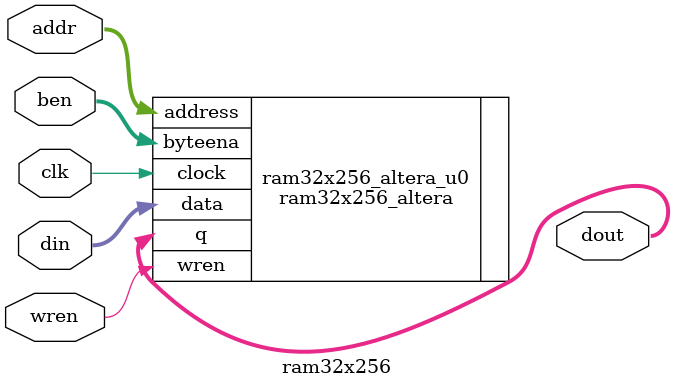
<source format=v>




module  ram32x256(
        clk,
    //SRAM interface
        addr,
        dout,
        din,
        ben,
        wren
        );

//-----------------------------------------------------------//
//                          PARAMETERS                       //
//-----------------------------------------------------------//


//-----------------------------------------------------------//
//                      INPUTS/OUTPUTS                       //
//-----------------------------------------------------------//  
input               clk;

output  [31:0]      dout;
input   [7:0]       addr;
input   [31:0]      din;
input   [3 :0]      ben;
input               wren;


`ifndef ALTERA
`define ALTERA
`endif


//Altera model
`ifdef ALTERA
ram32x256_altera ram32x256_altera_u0 (
                      .address ( addr      ),
                      .byteena ( ben       ),
                      .clock   ( clk       ),
                      .data    ( din       ),
                      .wren    ( wren      ),
                      .q       ( dout      )
                      );

					  
//Xilinx model                      
`elsif  XILINX
wire [3:0] wea = wren ? ben : 4'b0;
ram32x256_xilinx ram32x256_xilinx_u0 (
                      .clka    ( clk       ),
                      .ena     ( 1'b1      ),
                      .wea     ( wea       ),
                      .addra   ( addr      ),
                      .dina    ( din       ),
                      .douta   ( dout      )
                      );

//behavioural model					  
`else

reg [31:0]     dout;

reg [7:0]      ram_memory0[0 : 255];
reg [7:0]      ram_memory1[0 : 255];
reg [7:0]      ram_memory2[0 : 255];
reg [7:0]      ram_memory3[0 : 255];


//ram read
always @ (posedge clk )
begin
    if(!wren)
      case (ben)
      4'b0000 : dout <= {32{1'bx}};
      4'b0001 : dout <= {{24{1'bx}}, ram_memory0[addr]};
      4'b0010 : dout <= {{16{1'bx}}, ram_memory1[addr],{8{1'bx}}};
      4'b0100 : dout <= {{8{1'bx}}, ram_memory2[addr],{16{1'bx}}};
      4'b1000 : dout <= {ram_memory3[addr],{24{1'bx}}};
      4'b0011 : dout <= {{16{1'bx}}, ram_memory1[addr], ram_memory0[addr]};
      4'b1100 : dout <= {ram_memory3[addr], ram_memory2[addr],{16{1'bx}}};
      4'b1111 : dout <= {ram_memory3[addr], ram_memory2[addr],
                         ram_memory1[addr], ram_memory0[addr]}; 
      default : dout <= {32{1'bx}};
      endcase
end

//ram write
always @ (posedge clk )
begin
    if(wren)
      case (ben)
      4'b0001 :  ram_memory0[addr] <= din[7:0];
      4'b0010 :  ram_memory1[addr] <= din[15:8];
      4'b0100 :  ram_memory2[addr] <= din[23:16];
      4'b1000 :  ram_memory3[addr] <= din[31:24];
      4'b0011 : {ram_memory1[addr], ram_memory0[addr]} <= din[15:0];
      4'b1100 : {ram_memory3[addr], ram_memory2[addr]} <= din[31:24];
      4'b1111 : {ram_memory3[addr], ram_memory2[addr], 
                 ram_memory1[addr], ram_memory0[addr]} <= din;
      default : ;
      endcase
end
`endif

endmodule

</source>
